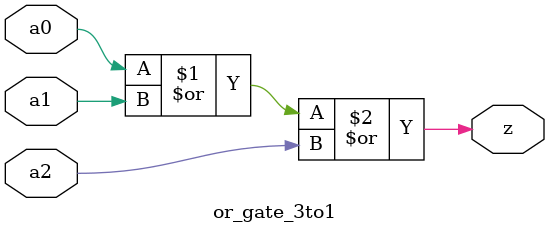
<source format=v>
module or_gate_3to1(a0, a1, a2, z);
    input wire a0, a1, a2;
    output wire z;

    assign z = (a0 | a1 | a2);
endmodule
</source>
